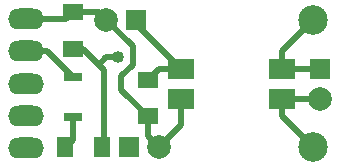
<source format=gbr>
%TF.GenerationSoftware,Novarm,DipTrace,3.0.0.1*%
%TF.CreationDate,2016-04-16T08:32:12+09:00*%
%FSLAX26Y26*%
%MOIN*%
%TF.FileFunction,Copper,L1,Top*%
%TF.Part,Single*%
%TA.AperFunction,Conductor*%
%ADD13C,0.02*%
%TA.AperFunction,ComponentPad*%
%ADD14R,0.070866X0.070866*%
%ADD15C,0.07874*%
%ADD17R,0.062992X0.031496*%
%ADD18O,0.12X0.07*%
%TA.AperFunction,ComponentPad*%
%ADD19C,0.07874*%
%ADD22R,0.070866X0.055118*%
%ADD23R,0.055118X0.070866*%
%ADD25R,0.086614X0.066929*%
%TA.AperFunction,ComponentPad*%
%ADD26C,0.098425*%
%TA.AperFunction,ViaPad*%
%ADD27C,0.04*%
G75*
G01*
%LPD*%
X70000Y108000D2*
D13*
X138358D1*
X225000Y21358D1*
X70000Y216000D2*
X203500D1*
X225000Y237500D1*
X312500D1*
X337500Y212500D1*
X512500Y-212500D2*
X587500Y-137500D1*
Y-50000D1*
X475000Y-109547D2*
Y-175000D1*
X512500Y-212500D1*
X337500Y212500D2*
X425000Y125000D1*
Y62500D1*
X387500Y25000D1*
Y-22047D1*
X475000Y-109547D1*
X225000Y115453D2*
X259549D1*
X312407Y62594D1*
X331251Y43751D1*
Y-212500D1*
X322047D1*
X375000Y87500D2*
X337312D1*
X312407Y62594D1*
X225000Y-112500D2*
Y-187500D1*
X200000Y-212500D1*
X922146Y50000D2*
X1050000D1*
X922146D2*
Y109646D1*
X1025000Y212500D1*
X922146Y-50000D2*
X1050000D1*
X922146D2*
Y-109646D1*
X1025000Y-212500D1*
X437500Y212500D2*
Y200000D1*
X587500Y50000D1*
X512500D1*
X475000Y12500D1*
D27*
X375000Y87500D3*
D14*
X412500Y-212500D3*
D15*
X512500D3*
D14*
X437500Y212500D3*
D15*
X337500D3*
D17*
X225000Y-112500D3*
Y21358D3*
D18*
X70005Y-215988D3*
Y-107988D3*
Y12D3*
Y216012D3*
Y108012D3*
D14*
X1050000Y50000D3*
D19*
Y-50000D3*
D22*
X225000Y237500D3*
Y115453D3*
X475000Y-109547D3*
Y12500D3*
D23*
X200000Y-212500D3*
X322047D3*
D25*
X587500Y50000D3*
Y-50000D3*
X922146D3*
Y50000D3*
D26*
X1025000Y212500D3*
Y-212500D3*
M02*

</source>
